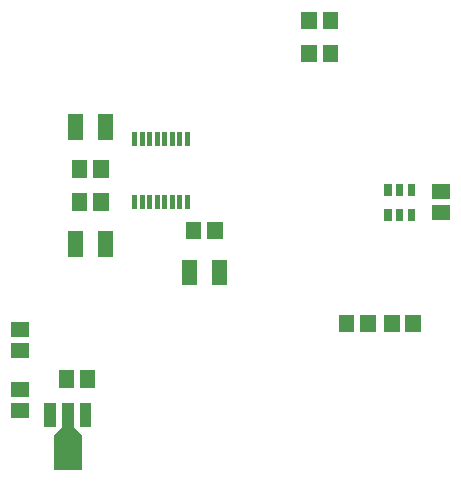
<source format=gbr>
G04 start of page 9 for group -4015 idx -4015 *
G04 Title: (unknown), toppaste *
G04 Creator: pcb 20110918 *
G04 CreationDate: Sat 02 Feb 2013 09:15:24 PM GMT UTC *
G04 For: petersen *
G04 Format: Gerber/RS-274X *
G04 PCB-Dimensions: 210000 270000 *
G04 PCB-Coordinate-Origin: lower left *
%MOIN*%
%FSLAX25Y25*%
%LNTOPPASTE*%
%ADD68R,0.0165X0.0165*%
%ADD67R,0.0490X0.0490*%
%ADD66C,0.0001*%
%ADD65R,0.0945X0.0945*%
%ADD64R,0.0378X0.0378*%
%ADD63R,0.0512X0.0512*%
%ADD62R,0.0240X0.0240*%
G54D62*X165500Y165800D02*Y164200D01*
X161600Y165800D02*Y164200D01*
X157700Y165800D02*Y164200D01*
Y157600D02*Y156000D01*
X161600Y157600D02*Y156000D01*
X165500Y157600D02*Y156000D01*
G54D63*X57543Y102393D02*Y101607D01*
X50457Y102393D02*Y101607D01*
X34607Y98543D02*X35393D01*
X34607Y91457D02*X35393D01*
G54D64*X56906Y91989D02*Y87895D01*
X51000Y91989D02*Y80179D01*
G54D65*Y78445D02*Y76555D01*
G54D66*G36*
X52885Y86010D02*X55725Y83170D01*
X54305Y81750D01*
X51465Y84590D01*
X52885Y86010D01*
G37*
G36*
X46275Y83170D02*X49115Y86010D01*
X50535Y84590D01*
X47695Y81750D01*
X46275Y83170D01*
G37*
G54D64*X45094Y91989D02*Y87895D01*
G54D63*X34607Y111414D02*X35393D01*
X34607Y118500D02*X35393D01*
X138457Y221893D02*Y221107D01*
X131371Y221893D02*Y221107D01*
X138500Y210893D02*Y210107D01*
X131414Y210893D02*Y210107D01*
X166086Y120893D02*Y120107D01*
X159000Y120893D02*Y120107D01*
X143957Y120893D02*Y120107D01*
X151043Y120893D02*Y120107D01*
X175107Y157457D02*X175893D01*
X175107Y164543D02*X175893D01*
X62043Y172393D02*Y171607D01*
X54957Y172393D02*Y171607D01*
G54D67*X63500Y187800D02*Y184200D01*
X53500Y187800D02*Y184200D01*
G54D68*X90750Y183425D02*Y180575D01*
X88250Y183425D02*Y180575D01*
X85750Y183425D02*Y180575D01*
X83250Y183425D02*Y180575D01*
X80750Y183425D02*Y180575D01*
X78250Y183425D02*Y180575D01*
X75750Y183425D02*Y180575D01*
X73250Y183425D02*Y180575D01*
Y162425D02*Y159575D01*
X75750Y162425D02*Y159575D01*
X78250Y162425D02*Y159575D01*
X80750Y162425D02*Y159575D01*
X83250Y162425D02*Y159575D01*
X85750Y162425D02*Y159575D01*
X88250Y162425D02*Y159575D01*
X90750Y162425D02*Y159575D01*
G54D63*X62043Y161393D02*Y160607D01*
X54957Y161393D02*Y160607D01*
G54D67*X63500Y148800D02*Y145200D01*
X53500Y148800D02*Y145200D01*
X101500Y139300D02*Y135700D01*
X91500Y139300D02*Y135700D01*
G54D63*X100043Y151893D02*Y151107D01*
X92957Y151893D02*Y151107D01*
M02*

</source>
